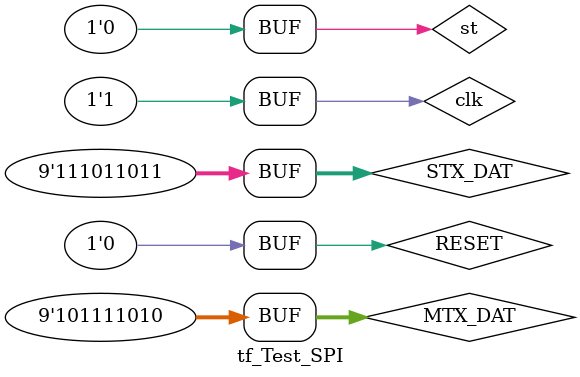
<source format=v>
`timescale 1ns / 1ps


module tf_Test_SPI;

	// Inputs
	reg st;
	reg clk;
	reg [8:0] MTX_DAT;
	reg RESET;
	reg [8:0] STX_DAT;

	// Outputs
	wire LOAD;
	wire SCLK;
	wire MOSI;
	wire [8:0] MRX_DAT;
	wire [8:0] sr_MTX;
	wire [8:0] sr_MRX;
	wire [7:0] cb_bit;
	wire ce_tact;
	wire MISO;
	wire [8:0] sr_STX;
	wire [8:0] sr_SRX;
	wire [8:0] SRX_DAT;

	// Instantiate the Unit Under Test (UUT)
	Sch_test_SLAVE uut (
		.st(st), 
		.LOAD(LOAD), 
		.clk(clk), 
		.SCLK(SCLK), 
		.MTX_DAT(MTX_DAT), 
		.MOSI(MOSI), 
		.RESET(RESET), 
		.MRX_DAT(MRX_DAT), 
		.sr_MTX(sr_MTX), 
		.sr_MRX(sr_MRX), 
		.cb_bit(cb_bit), 
		.ce_tact(ce_tact), 
		.STX_DAT(STX_DAT), 
		.MISO(MISO), 
		.sr_STX(sr_STX), 
		.sr_SRX(sr_SRX), 
		.SRX_DAT(SRX_DAT)
	);
always begin clk = 0; #10; clk = 1; #10; end
	initial begin
		// Initialize Inputs
		st = 0;
		MTX_DAT = 9'b101111010;
		RESET = 0;
		STX_DAT = 9'b111011011;

		#1000;
      st = 1;
		#20;
		st = 0;
		#20000;
				
		RESET = 1;
		#20;
		RESET = 0;
	end
      
endmodule


</source>
